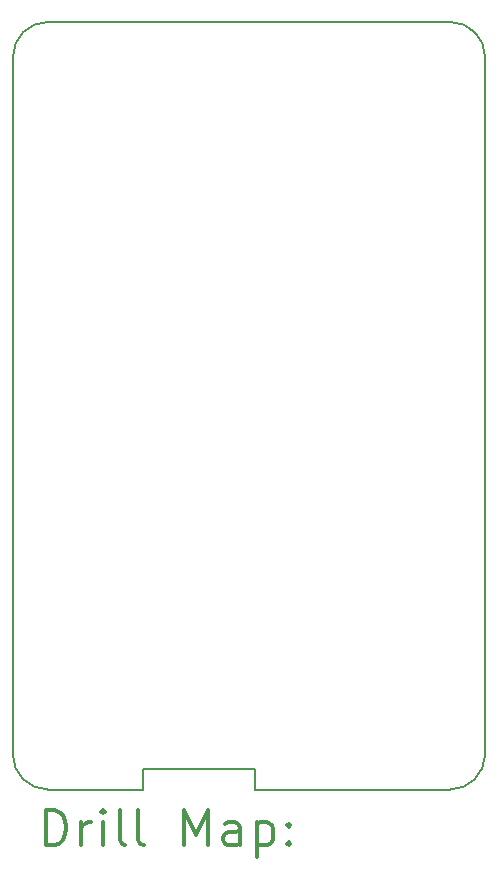
<source format=gbr>
%FSLAX45Y45*%
G04 Gerber Fmt 4.5, Leading zero omitted, Abs format (unit mm)*
G04 Created by KiCad (PCBNEW (5.1.4-dirty)) date 2020-05-21 00:04:10*
%MOMM*%
%LPD*%
G04 APERTURE LIST*
%ADD10C,0.150000*%
%ADD11C,0.200000*%
%ADD12C,0.300000*%
G04 APERTURE END LIST*
D10*
X2050000Y-6500000D02*
X3700000Y-6500000D01*
X2050000Y-6330000D02*
X2050000Y-6500000D01*
X1100000Y-6330000D02*
X2050000Y-6330000D01*
X1100000Y-6500000D02*
X1100000Y-6330000D01*
X300000Y-6500000D02*
G75*
G02X0Y-6200000I0J300000D01*
G01*
X4000000Y-6200000D02*
G75*
G02X3700000Y-6500000I-300000J0D01*
G01*
X3700000Y0D02*
G75*
G02X4000000Y-300000I0J-300000D01*
G01*
X0Y-300000D02*
G75*
G02X300000Y0I300000J0D01*
G01*
X0Y-6200000D02*
X0Y-300000D01*
X1100000Y-6500000D02*
X300000Y-6500000D01*
X4000000Y-300000D02*
X4000000Y-6200000D01*
X300000Y0D02*
X3700000Y0D01*
D11*
D12*
X278928Y-6973214D02*
X278928Y-6673214D01*
X350357Y-6673214D01*
X393214Y-6687500D01*
X421786Y-6716071D01*
X436071Y-6744643D01*
X450357Y-6801786D01*
X450357Y-6844643D01*
X436071Y-6901786D01*
X421786Y-6930357D01*
X393214Y-6958929D01*
X350357Y-6973214D01*
X278928Y-6973214D01*
X578928Y-6973214D02*
X578928Y-6773214D01*
X578928Y-6830357D02*
X593214Y-6801786D01*
X607500Y-6787500D01*
X636071Y-6773214D01*
X664643Y-6773214D01*
X764643Y-6973214D02*
X764643Y-6773214D01*
X764643Y-6673214D02*
X750357Y-6687500D01*
X764643Y-6701786D01*
X778928Y-6687500D01*
X764643Y-6673214D01*
X764643Y-6701786D01*
X950357Y-6973214D02*
X921786Y-6958929D01*
X907500Y-6930357D01*
X907500Y-6673214D01*
X1107500Y-6973214D02*
X1078928Y-6958929D01*
X1064643Y-6930357D01*
X1064643Y-6673214D01*
X1450357Y-6973214D02*
X1450357Y-6673214D01*
X1550357Y-6887500D01*
X1650357Y-6673214D01*
X1650357Y-6973214D01*
X1921786Y-6973214D02*
X1921786Y-6816071D01*
X1907500Y-6787500D01*
X1878928Y-6773214D01*
X1821786Y-6773214D01*
X1793214Y-6787500D01*
X1921786Y-6958929D02*
X1893214Y-6973214D01*
X1821786Y-6973214D01*
X1793214Y-6958929D01*
X1778928Y-6930357D01*
X1778928Y-6901786D01*
X1793214Y-6873214D01*
X1821786Y-6858929D01*
X1893214Y-6858929D01*
X1921786Y-6844643D01*
X2064643Y-6773214D02*
X2064643Y-7073214D01*
X2064643Y-6787500D02*
X2093214Y-6773214D01*
X2150357Y-6773214D01*
X2178928Y-6787500D01*
X2193214Y-6801786D01*
X2207500Y-6830357D01*
X2207500Y-6916071D01*
X2193214Y-6944643D01*
X2178928Y-6958929D01*
X2150357Y-6973214D01*
X2093214Y-6973214D01*
X2064643Y-6958929D01*
X2336071Y-6944643D02*
X2350357Y-6958929D01*
X2336071Y-6973214D01*
X2321786Y-6958929D01*
X2336071Y-6944643D01*
X2336071Y-6973214D01*
X2336071Y-6787500D02*
X2350357Y-6801786D01*
X2336071Y-6816071D01*
X2321786Y-6801786D01*
X2336071Y-6787500D01*
X2336071Y-6816071D01*
M02*

</source>
